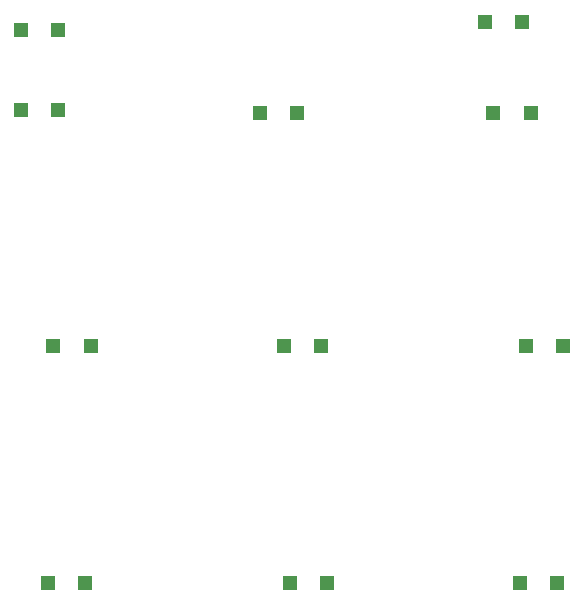
<source format=gbp>
%TF.GenerationSoftware,KiCad,Pcbnew,(5.1.7)-1*%
%TF.CreationDate,2021-05-06T00:37:00-04:00*%
%TF.ProjectId,pot_keeb_rpi,706f745f-6b65-4656-925f-7270692e6b69,rev?*%
%TF.SameCoordinates,Original*%
%TF.FileFunction,Paste,Bot*%
%TF.FilePolarity,Positive*%
%FSLAX46Y46*%
G04 Gerber Fmt 4.6, Leading zero omitted, Abs format (unit mm)*
G04 Created by KiCad (PCBNEW (5.1.7)-1) date 2021-05-06 00:37:00*
%MOMM*%
%LPD*%
G01*
G04 APERTURE LIST*
%ADD10R,1.200000X1.200000*%
G04 APERTURE END LIST*
D10*
%TO.C,D1*%
X75925000Y-81250000D03*
X79075000Y-81250000D03*
%TD*%
%TO.C,D2*%
X99325000Y-81500000D03*
X96175000Y-81500000D03*
%TD*%
%TO.C,D3*%
X115925000Y-81500000D03*
X119075000Y-81500000D03*
%TD*%
%TO.C,D4*%
X81825000Y-101250000D03*
X78675000Y-101250000D03*
%TD*%
%TO.C,D5*%
X98175000Y-101250000D03*
X101325000Y-101250000D03*
%TD*%
%TO.C,D6*%
X121825000Y-101250000D03*
X118675000Y-101250000D03*
%TD*%
%TO.C,D7*%
X78175000Y-121250000D03*
X81325000Y-121250000D03*
%TD*%
%TO.C,D8*%
X101825000Y-121250000D03*
X98675000Y-121250000D03*
%TD*%
%TO.C,D9*%
X118175000Y-121250000D03*
X121325000Y-121250000D03*
%TD*%
%TO.C,D10*%
X75925000Y-74500000D03*
X79075000Y-74500000D03*
%TD*%
%TO.C,D11*%
X115175000Y-73750000D03*
X118325000Y-73750000D03*
%TD*%
M02*

</source>
